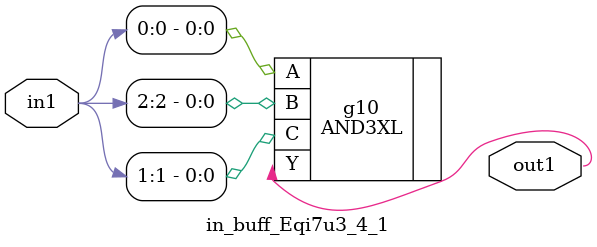
<source format=v>
`timescale 1ps / 1ps


module in_buff_Eqi7u3_4_1(in1, out1);
  input [2:0] in1;
  output out1;
  wire [2:0] in1;
  wire out1;
  AND3XL g10(.A (in1[0]), .B (in1[2]), .C (in1[1]), .Y (out1));
endmodule



</source>
